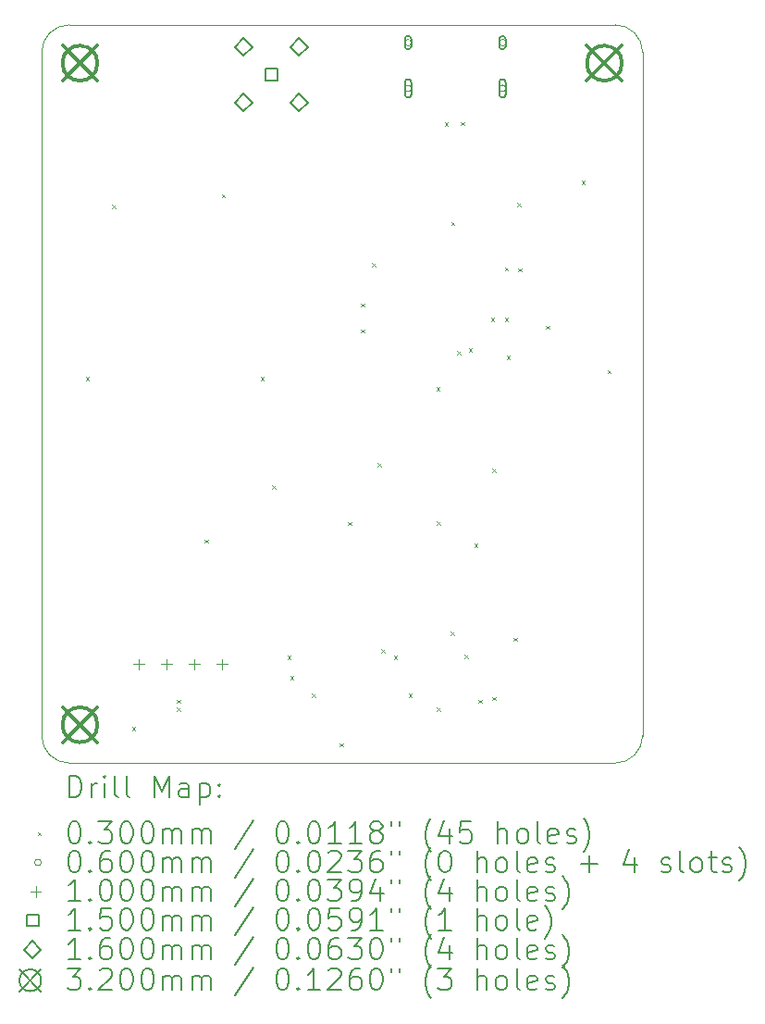
<source format=gbr>
%TF.GenerationSoftware,KiCad,Pcbnew,6.0.9-1.fc36*%
%TF.CreationDate,2022-11-14T14:18:19-03:00*%
%TF.ProjectId,bs_transceiver,62735f74-7261-46e7-9363-65697665722e,Rev 2*%
%TF.SameCoordinates,Original*%
%TF.FileFunction,Drillmap*%
%TF.FilePolarity,Positive*%
%FSLAX45Y45*%
G04 Gerber Fmt 4.5, Leading zero omitted, Abs format (unit mm)*
G04 Created by KiCad (PCBNEW 6.0.9-1.fc36) date 2022-11-14 14:18:19*
%MOMM*%
%LPD*%
G01*
G04 APERTURE LIST*
%ADD10C,0.100000*%
%ADD11C,0.200000*%
%ADD12C,0.030000*%
%ADD13C,0.060000*%
%ADD14C,0.150000*%
%ADD15C,0.160000*%
%ADD16C,0.320000*%
G04 APERTURE END LIST*
D10*
X250000Y0D02*
G75*
G03*
X0Y-250000I0J-250000D01*
G01*
X250000Y-6750000D02*
X5250000Y-6750000D01*
X0Y-250000D02*
X2Y-6500000D01*
X5500000Y-250000D02*
G75*
G03*
X5250000Y0I-250000J0D01*
G01*
X2Y-6500000D02*
G75*
G03*
X250000Y-6750000I249999J-1D01*
G01*
X5250000Y-6750000D02*
G75*
G03*
X5500000Y-6500000I0J250000D01*
G01*
X5250000Y0D02*
X250000Y0D01*
X5500000Y-6500000D02*
X5500000Y-250000D01*
D11*
D12*
X401560Y-3218420D02*
X431560Y-3248420D01*
X431560Y-3218420D02*
X401560Y-3248420D01*
X642860Y-1646160D02*
X672860Y-1676160D01*
X672860Y-1646160D02*
X642860Y-1676160D01*
X828280Y-6418820D02*
X858280Y-6448820D01*
X858280Y-6418820D02*
X828280Y-6448820D01*
X1237220Y-6172440D02*
X1267220Y-6202440D01*
X1267220Y-6172440D02*
X1237220Y-6202440D01*
X1237220Y-6242390D02*
X1267220Y-6272390D01*
X1267220Y-6242390D02*
X1237220Y-6272390D01*
X1491220Y-4706860D02*
X1521220Y-4736860D01*
X1521220Y-4706860D02*
X1491220Y-4736860D01*
X1646160Y-1549640D02*
X1676160Y-1579640D01*
X1676160Y-1549640D02*
X1646160Y-1579640D01*
X2004300Y-3220960D02*
X2034300Y-3250960D01*
X2034300Y-3220960D02*
X2004300Y-3250960D01*
X2110980Y-4209020D02*
X2140980Y-4239020D01*
X2140980Y-4209020D02*
X2110980Y-4239020D01*
X2248140Y-5768580D02*
X2278140Y-5798580D01*
X2278140Y-5768580D02*
X2248140Y-5798580D01*
X2273540Y-5954000D02*
X2303540Y-5984000D01*
X2303540Y-5954000D02*
X2273540Y-5984000D01*
X2471660Y-6114990D02*
X2501660Y-6144990D01*
X2501660Y-6114990D02*
X2471660Y-6144990D01*
X2725760Y-6568580D02*
X2755760Y-6598580D01*
X2755760Y-6568580D02*
X2725760Y-6598580D01*
X2801860Y-4546840D02*
X2831860Y-4576840D01*
X2831860Y-4546840D02*
X2801860Y-4576840D01*
X2923780Y-2547860D02*
X2953780Y-2577860D01*
X2953780Y-2547860D02*
X2923780Y-2577860D01*
X2923780Y-2784080D02*
X2953780Y-2814080D01*
X2953780Y-2784080D02*
X2923780Y-2814080D01*
X3025380Y-2179560D02*
X3055380Y-2209560D01*
X3055380Y-2179560D02*
X3025380Y-2209560D01*
X3073640Y-4005820D02*
X3103640Y-4035820D01*
X3103640Y-4005820D02*
X3073640Y-4035820D01*
X3106660Y-5711130D02*
X3136660Y-5741130D01*
X3136660Y-5711130D02*
X3106660Y-5741130D01*
X3223500Y-5768580D02*
X3253500Y-5798580D01*
X3253500Y-5768580D02*
X3223500Y-5798580D01*
X3358120Y-6114020D02*
X3388120Y-6144020D01*
X3388120Y-6114020D02*
X3358120Y-6144020D01*
X3612120Y-3314940D02*
X3642120Y-3344940D01*
X3642120Y-3314940D02*
X3612120Y-3344940D01*
X3614660Y-4539220D02*
X3644660Y-4569220D01*
X3644660Y-4539220D02*
X3614660Y-4569220D01*
X3614660Y-6241020D02*
X3644660Y-6271020D01*
X3644660Y-6241020D02*
X3614660Y-6271020D01*
X3689678Y-892176D02*
X3719678Y-922176D01*
X3719678Y-892176D02*
X3689678Y-922176D01*
X3741643Y-5550157D02*
X3771643Y-5580157D01*
X3771643Y-5550157D02*
X3741643Y-5580157D01*
X3746584Y-1801256D02*
X3776584Y-1831256D01*
X3776584Y-1801256D02*
X3746584Y-1831256D01*
X3802620Y-2984740D02*
X3832620Y-3014740D01*
X3832620Y-2984740D02*
X3802620Y-3014740D01*
X3837150Y-889240D02*
X3867150Y-919240D01*
X3867150Y-889240D02*
X3837150Y-919240D01*
X3868660Y-5758420D02*
X3898660Y-5788420D01*
X3898660Y-5758420D02*
X3868660Y-5788420D01*
X3906760Y-2956800D02*
X3936760Y-2986800D01*
X3936760Y-2956800D02*
X3906760Y-2986800D01*
X3957560Y-4744960D02*
X3987560Y-4774960D01*
X3987560Y-4744960D02*
X3957560Y-4774960D01*
X3995660Y-6172440D02*
X4025660Y-6202440D01*
X4025660Y-6172440D02*
X3995660Y-6202440D01*
X4112500Y-2677400D02*
X4142500Y-2707400D01*
X4142500Y-2677400D02*
X4112500Y-2707400D01*
X4122660Y-4059600D02*
X4152660Y-4089600D01*
X4152660Y-4059600D02*
X4122660Y-4089600D01*
X4122660Y-6147040D02*
X4152660Y-6177040D01*
X4152660Y-6147040D02*
X4122660Y-6177040D01*
X4239500Y-2217660D02*
X4269500Y-2247660D01*
X4269500Y-2217660D02*
X4239500Y-2247660D01*
X4239500Y-2677400D02*
X4269500Y-2707400D01*
X4269500Y-2677400D02*
X4239500Y-2707400D01*
X4254740Y-3027920D02*
X4284740Y-3057920D01*
X4284740Y-3027920D02*
X4254740Y-3057920D01*
X4320780Y-5603480D02*
X4350780Y-5633480D01*
X4350780Y-5603480D02*
X4320780Y-5633480D01*
X4351260Y-1628380D02*
X4381260Y-1658380D01*
X4381260Y-1628380D02*
X4351260Y-1658380D01*
X4361420Y-2225280D02*
X4391420Y-2255280D01*
X4391420Y-2225280D02*
X4361420Y-2255280D01*
X4615420Y-2751060D02*
X4645420Y-2781060D01*
X4645420Y-2751060D02*
X4615420Y-2781060D01*
X4943080Y-1425180D02*
X4973080Y-1455180D01*
X4973080Y-1425180D02*
X4943080Y-1455180D01*
X5176760Y-3157460D02*
X5206760Y-3187460D01*
X5206760Y-3157460D02*
X5176760Y-3187460D01*
D13*
X3382600Y-162180D02*
G75*
G03*
X3382600Y-162180I-30000J0D01*
G01*
D11*
X3382600Y-192180D02*
X3382600Y-132180D01*
X3322600Y-192180D02*
X3322600Y-132180D01*
X3382600Y-132180D02*
G75*
G03*
X3322600Y-132180I-30000J0D01*
G01*
X3322600Y-192180D02*
G75*
G03*
X3382600Y-192180I30000J0D01*
G01*
D13*
X3382600Y-580180D02*
G75*
G03*
X3382600Y-580180I-30000J0D01*
G01*
D11*
X3382600Y-635180D02*
X3382600Y-525180D01*
X3322600Y-635180D02*
X3322600Y-525180D01*
X3382600Y-525180D02*
G75*
G03*
X3322600Y-525180I-30000J0D01*
G01*
X3322600Y-635180D02*
G75*
G03*
X3382600Y-635180I30000J0D01*
G01*
D13*
X4246600Y-162180D02*
G75*
G03*
X4246600Y-162180I-30000J0D01*
G01*
D11*
X4246600Y-192180D02*
X4246600Y-132180D01*
X4186600Y-192180D02*
X4186600Y-132180D01*
X4246600Y-132180D02*
G75*
G03*
X4186600Y-132180I-30000J0D01*
G01*
X4186600Y-192180D02*
G75*
G03*
X4246600Y-192180I30000J0D01*
G01*
D13*
X4246600Y-580180D02*
G75*
G03*
X4246600Y-580180I-30000J0D01*
G01*
D11*
X4246600Y-635180D02*
X4246600Y-525180D01*
X4186600Y-635180D02*
X4186600Y-525180D01*
X4246600Y-525180D02*
G75*
G03*
X4186600Y-525180I-30000J0D01*
G01*
X4186600Y-635180D02*
G75*
G03*
X4246600Y-635180I30000J0D01*
G01*
D10*
X888000Y-5797080D02*
X888000Y-5897080D01*
X838000Y-5847080D02*
X938000Y-5847080D01*
X1142000Y-5797080D02*
X1142000Y-5897080D01*
X1092000Y-5847080D02*
X1192000Y-5847080D01*
X1396000Y-5797080D02*
X1396000Y-5897080D01*
X1346000Y-5847080D02*
X1446000Y-5847080D01*
X1650000Y-5797080D02*
X1650000Y-5897080D01*
X1600000Y-5847080D02*
X1700000Y-5847080D01*
D14*
X2156154Y-507693D02*
X2156154Y-401626D01*
X2050086Y-401626D01*
X2050086Y-507693D01*
X2156154Y-507693D01*
D15*
X1849120Y-280660D02*
X1929120Y-200660D01*
X1849120Y-120660D01*
X1769120Y-200660D01*
X1849120Y-280660D01*
X1849120Y-788660D02*
X1929120Y-708660D01*
X1849120Y-628660D01*
X1769120Y-708660D01*
X1849120Y-788660D01*
X2357120Y-280660D02*
X2437120Y-200660D01*
X2357120Y-120660D01*
X2277120Y-200660D01*
X2357120Y-280660D01*
X2357120Y-788660D02*
X2437120Y-708660D01*
X2357120Y-628660D01*
X2277120Y-708660D01*
X2357120Y-788660D01*
D16*
X190000Y-190000D02*
X510000Y-510000D01*
X510000Y-190000D02*
X190000Y-510000D01*
X510000Y-350000D02*
G75*
G03*
X510000Y-350000I-160000J0D01*
G01*
X190000Y-6240000D02*
X510000Y-6560000D01*
X510000Y-6240000D02*
X190000Y-6560000D01*
X510000Y-6400000D02*
G75*
G03*
X510000Y-6400000I-160000J0D01*
G01*
X4990000Y-190000D02*
X5310000Y-510000D01*
X5310000Y-190000D02*
X4990000Y-510000D01*
X5310000Y-350000D02*
G75*
G03*
X5310000Y-350000I-160000J0D01*
G01*
D11*
X252619Y-7065476D02*
X252619Y-6865476D01*
X300238Y-6865476D01*
X328810Y-6875000D01*
X347857Y-6894048D01*
X357381Y-6913095D01*
X366905Y-6951190D01*
X366905Y-6979762D01*
X357381Y-7017857D01*
X347857Y-7036905D01*
X328810Y-7055952D01*
X300238Y-7065476D01*
X252619Y-7065476D01*
X452619Y-7065476D02*
X452619Y-6932143D01*
X452619Y-6970238D02*
X462143Y-6951190D01*
X471667Y-6941667D01*
X490714Y-6932143D01*
X509762Y-6932143D01*
X576429Y-7065476D02*
X576429Y-6932143D01*
X576429Y-6865476D02*
X566905Y-6875000D01*
X576429Y-6884524D01*
X585952Y-6875000D01*
X576429Y-6865476D01*
X576429Y-6884524D01*
X700238Y-7065476D02*
X681190Y-7055952D01*
X671667Y-7036905D01*
X671667Y-6865476D01*
X805000Y-7065476D02*
X785952Y-7055952D01*
X776428Y-7036905D01*
X776428Y-6865476D01*
X1033571Y-7065476D02*
X1033571Y-6865476D01*
X1100238Y-7008333D01*
X1166905Y-6865476D01*
X1166905Y-7065476D01*
X1347857Y-7065476D02*
X1347857Y-6960714D01*
X1338333Y-6941667D01*
X1319286Y-6932143D01*
X1281190Y-6932143D01*
X1262143Y-6941667D01*
X1347857Y-7055952D02*
X1328810Y-7065476D01*
X1281190Y-7065476D01*
X1262143Y-7055952D01*
X1252619Y-7036905D01*
X1252619Y-7017857D01*
X1262143Y-6998809D01*
X1281190Y-6989286D01*
X1328810Y-6989286D01*
X1347857Y-6979762D01*
X1443095Y-6932143D02*
X1443095Y-7132143D01*
X1443095Y-6941667D02*
X1462143Y-6932143D01*
X1500238Y-6932143D01*
X1519286Y-6941667D01*
X1528809Y-6951190D01*
X1538333Y-6970238D01*
X1538333Y-7027381D01*
X1528809Y-7046428D01*
X1519286Y-7055952D01*
X1500238Y-7065476D01*
X1462143Y-7065476D01*
X1443095Y-7055952D01*
X1624048Y-7046428D02*
X1633571Y-7055952D01*
X1624048Y-7065476D01*
X1614524Y-7055952D01*
X1624048Y-7046428D01*
X1624048Y-7065476D01*
X1624048Y-6941667D02*
X1633571Y-6951190D01*
X1624048Y-6960714D01*
X1614524Y-6951190D01*
X1624048Y-6941667D01*
X1624048Y-6960714D01*
D12*
X-35000Y-7380000D02*
X-5000Y-7410000D01*
X-5000Y-7380000D02*
X-35000Y-7410000D01*
D11*
X290714Y-7285476D02*
X309762Y-7285476D01*
X328810Y-7295000D01*
X338333Y-7304524D01*
X347857Y-7323571D01*
X357381Y-7361667D01*
X357381Y-7409286D01*
X347857Y-7447381D01*
X338333Y-7466428D01*
X328810Y-7475952D01*
X309762Y-7485476D01*
X290714Y-7485476D01*
X271667Y-7475952D01*
X262143Y-7466428D01*
X252619Y-7447381D01*
X243095Y-7409286D01*
X243095Y-7361667D01*
X252619Y-7323571D01*
X262143Y-7304524D01*
X271667Y-7295000D01*
X290714Y-7285476D01*
X443095Y-7466428D02*
X452619Y-7475952D01*
X443095Y-7485476D01*
X433571Y-7475952D01*
X443095Y-7466428D01*
X443095Y-7485476D01*
X519286Y-7285476D02*
X643095Y-7285476D01*
X576429Y-7361667D01*
X605000Y-7361667D01*
X624048Y-7371190D01*
X633571Y-7380714D01*
X643095Y-7399762D01*
X643095Y-7447381D01*
X633571Y-7466428D01*
X624048Y-7475952D01*
X605000Y-7485476D01*
X547857Y-7485476D01*
X528810Y-7475952D01*
X519286Y-7466428D01*
X766905Y-7285476D02*
X785952Y-7285476D01*
X805000Y-7295000D01*
X814524Y-7304524D01*
X824048Y-7323571D01*
X833571Y-7361667D01*
X833571Y-7409286D01*
X824048Y-7447381D01*
X814524Y-7466428D01*
X805000Y-7475952D01*
X785952Y-7485476D01*
X766905Y-7485476D01*
X747857Y-7475952D01*
X738333Y-7466428D01*
X728809Y-7447381D01*
X719286Y-7409286D01*
X719286Y-7361667D01*
X728809Y-7323571D01*
X738333Y-7304524D01*
X747857Y-7295000D01*
X766905Y-7285476D01*
X957381Y-7285476D02*
X976428Y-7285476D01*
X995476Y-7295000D01*
X1005000Y-7304524D01*
X1014524Y-7323571D01*
X1024048Y-7361667D01*
X1024048Y-7409286D01*
X1014524Y-7447381D01*
X1005000Y-7466428D01*
X995476Y-7475952D01*
X976428Y-7485476D01*
X957381Y-7485476D01*
X938333Y-7475952D01*
X928809Y-7466428D01*
X919286Y-7447381D01*
X909762Y-7409286D01*
X909762Y-7361667D01*
X919286Y-7323571D01*
X928809Y-7304524D01*
X938333Y-7295000D01*
X957381Y-7285476D01*
X1109762Y-7485476D02*
X1109762Y-7352143D01*
X1109762Y-7371190D02*
X1119286Y-7361667D01*
X1138333Y-7352143D01*
X1166905Y-7352143D01*
X1185952Y-7361667D01*
X1195476Y-7380714D01*
X1195476Y-7485476D01*
X1195476Y-7380714D02*
X1205000Y-7361667D01*
X1224048Y-7352143D01*
X1252619Y-7352143D01*
X1271667Y-7361667D01*
X1281190Y-7380714D01*
X1281190Y-7485476D01*
X1376429Y-7485476D02*
X1376429Y-7352143D01*
X1376429Y-7371190D02*
X1385952Y-7361667D01*
X1405000Y-7352143D01*
X1433571Y-7352143D01*
X1452619Y-7361667D01*
X1462143Y-7380714D01*
X1462143Y-7485476D01*
X1462143Y-7380714D02*
X1471667Y-7361667D01*
X1490714Y-7352143D01*
X1519286Y-7352143D01*
X1538333Y-7361667D01*
X1547857Y-7380714D01*
X1547857Y-7485476D01*
X1938333Y-7275952D02*
X1766905Y-7533095D01*
X2195476Y-7285476D02*
X2214524Y-7285476D01*
X2233571Y-7295000D01*
X2243095Y-7304524D01*
X2252619Y-7323571D01*
X2262143Y-7361667D01*
X2262143Y-7409286D01*
X2252619Y-7447381D01*
X2243095Y-7466428D01*
X2233571Y-7475952D01*
X2214524Y-7485476D01*
X2195476Y-7485476D01*
X2176429Y-7475952D01*
X2166905Y-7466428D01*
X2157381Y-7447381D01*
X2147857Y-7409286D01*
X2147857Y-7361667D01*
X2157381Y-7323571D01*
X2166905Y-7304524D01*
X2176429Y-7295000D01*
X2195476Y-7285476D01*
X2347857Y-7466428D02*
X2357381Y-7475952D01*
X2347857Y-7485476D01*
X2338333Y-7475952D01*
X2347857Y-7466428D01*
X2347857Y-7485476D01*
X2481190Y-7285476D02*
X2500238Y-7285476D01*
X2519286Y-7295000D01*
X2528810Y-7304524D01*
X2538333Y-7323571D01*
X2547857Y-7361667D01*
X2547857Y-7409286D01*
X2538333Y-7447381D01*
X2528810Y-7466428D01*
X2519286Y-7475952D01*
X2500238Y-7485476D01*
X2481190Y-7485476D01*
X2462143Y-7475952D01*
X2452619Y-7466428D01*
X2443095Y-7447381D01*
X2433571Y-7409286D01*
X2433571Y-7361667D01*
X2443095Y-7323571D01*
X2452619Y-7304524D01*
X2462143Y-7295000D01*
X2481190Y-7285476D01*
X2738333Y-7485476D02*
X2624048Y-7485476D01*
X2681190Y-7485476D02*
X2681190Y-7285476D01*
X2662143Y-7314048D01*
X2643095Y-7333095D01*
X2624048Y-7342619D01*
X2928809Y-7485476D02*
X2814524Y-7485476D01*
X2871667Y-7485476D02*
X2871667Y-7285476D01*
X2852619Y-7314048D01*
X2833571Y-7333095D01*
X2814524Y-7342619D01*
X3043095Y-7371190D02*
X3024048Y-7361667D01*
X3014524Y-7352143D01*
X3005000Y-7333095D01*
X3005000Y-7323571D01*
X3014524Y-7304524D01*
X3024048Y-7295000D01*
X3043095Y-7285476D01*
X3081190Y-7285476D01*
X3100238Y-7295000D01*
X3109762Y-7304524D01*
X3119286Y-7323571D01*
X3119286Y-7333095D01*
X3109762Y-7352143D01*
X3100238Y-7361667D01*
X3081190Y-7371190D01*
X3043095Y-7371190D01*
X3024048Y-7380714D01*
X3014524Y-7390238D01*
X3005000Y-7409286D01*
X3005000Y-7447381D01*
X3014524Y-7466428D01*
X3024048Y-7475952D01*
X3043095Y-7485476D01*
X3081190Y-7485476D01*
X3100238Y-7475952D01*
X3109762Y-7466428D01*
X3119286Y-7447381D01*
X3119286Y-7409286D01*
X3109762Y-7390238D01*
X3100238Y-7380714D01*
X3081190Y-7371190D01*
X3195476Y-7285476D02*
X3195476Y-7323571D01*
X3271667Y-7285476D02*
X3271667Y-7323571D01*
X3566905Y-7561667D02*
X3557381Y-7552143D01*
X3538333Y-7523571D01*
X3528809Y-7504524D01*
X3519286Y-7475952D01*
X3509762Y-7428333D01*
X3509762Y-7390238D01*
X3519286Y-7342619D01*
X3528809Y-7314048D01*
X3538333Y-7295000D01*
X3557381Y-7266428D01*
X3566905Y-7256905D01*
X3728809Y-7352143D02*
X3728809Y-7485476D01*
X3681190Y-7275952D02*
X3633571Y-7418809D01*
X3757381Y-7418809D01*
X3928809Y-7285476D02*
X3833571Y-7285476D01*
X3824048Y-7380714D01*
X3833571Y-7371190D01*
X3852619Y-7361667D01*
X3900238Y-7361667D01*
X3919286Y-7371190D01*
X3928809Y-7380714D01*
X3938333Y-7399762D01*
X3938333Y-7447381D01*
X3928809Y-7466428D01*
X3919286Y-7475952D01*
X3900238Y-7485476D01*
X3852619Y-7485476D01*
X3833571Y-7475952D01*
X3824048Y-7466428D01*
X4176428Y-7485476D02*
X4176428Y-7285476D01*
X4262143Y-7485476D02*
X4262143Y-7380714D01*
X4252619Y-7361667D01*
X4233571Y-7352143D01*
X4205000Y-7352143D01*
X4185952Y-7361667D01*
X4176428Y-7371190D01*
X4385952Y-7485476D02*
X4366905Y-7475952D01*
X4357381Y-7466428D01*
X4347857Y-7447381D01*
X4347857Y-7390238D01*
X4357381Y-7371190D01*
X4366905Y-7361667D01*
X4385952Y-7352143D01*
X4414524Y-7352143D01*
X4433571Y-7361667D01*
X4443095Y-7371190D01*
X4452619Y-7390238D01*
X4452619Y-7447381D01*
X4443095Y-7466428D01*
X4433571Y-7475952D01*
X4414524Y-7485476D01*
X4385952Y-7485476D01*
X4566905Y-7485476D02*
X4547857Y-7475952D01*
X4538333Y-7456905D01*
X4538333Y-7285476D01*
X4719286Y-7475952D02*
X4700238Y-7485476D01*
X4662143Y-7485476D01*
X4643095Y-7475952D01*
X4633571Y-7456905D01*
X4633571Y-7380714D01*
X4643095Y-7361667D01*
X4662143Y-7352143D01*
X4700238Y-7352143D01*
X4719286Y-7361667D01*
X4728810Y-7380714D01*
X4728810Y-7399762D01*
X4633571Y-7418809D01*
X4805000Y-7475952D02*
X4824048Y-7485476D01*
X4862143Y-7485476D01*
X4881190Y-7475952D01*
X4890714Y-7456905D01*
X4890714Y-7447381D01*
X4881190Y-7428333D01*
X4862143Y-7418809D01*
X4833571Y-7418809D01*
X4814524Y-7409286D01*
X4805000Y-7390238D01*
X4805000Y-7380714D01*
X4814524Y-7361667D01*
X4833571Y-7352143D01*
X4862143Y-7352143D01*
X4881190Y-7361667D01*
X4957381Y-7561667D02*
X4966905Y-7552143D01*
X4985952Y-7523571D01*
X4995476Y-7504524D01*
X5005000Y-7475952D01*
X5014524Y-7428333D01*
X5014524Y-7390238D01*
X5005000Y-7342619D01*
X4995476Y-7314048D01*
X4985952Y-7295000D01*
X4966905Y-7266428D01*
X4957381Y-7256905D01*
D13*
X-5000Y-7659000D02*
G75*
G03*
X-5000Y-7659000I-30000J0D01*
G01*
D11*
X290714Y-7549476D02*
X309762Y-7549476D01*
X328810Y-7559000D01*
X338333Y-7568524D01*
X347857Y-7587571D01*
X357381Y-7625667D01*
X357381Y-7673286D01*
X347857Y-7711381D01*
X338333Y-7730428D01*
X328810Y-7739952D01*
X309762Y-7749476D01*
X290714Y-7749476D01*
X271667Y-7739952D01*
X262143Y-7730428D01*
X252619Y-7711381D01*
X243095Y-7673286D01*
X243095Y-7625667D01*
X252619Y-7587571D01*
X262143Y-7568524D01*
X271667Y-7559000D01*
X290714Y-7549476D01*
X443095Y-7730428D02*
X452619Y-7739952D01*
X443095Y-7749476D01*
X433571Y-7739952D01*
X443095Y-7730428D01*
X443095Y-7749476D01*
X624048Y-7549476D02*
X585952Y-7549476D01*
X566905Y-7559000D01*
X557381Y-7568524D01*
X538333Y-7597095D01*
X528810Y-7635190D01*
X528810Y-7711381D01*
X538333Y-7730428D01*
X547857Y-7739952D01*
X566905Y-7749476D01*
X605000Y-7749476D01*
X624048Y-7739952D01*
X633571Y-7730428D01*
X643095Y-7711381D01*
X643095Y-7663762D01*
X633571Y-7644714D01*
X624048Y-7635190D01*
X605000Y-7625667D01*
X566905Y-7625667D01*
X547857Y-7635190D01*
X538333Y-7644714D01*
X528810Y-7663762D01*
X766905Y-7549476D02*
X785952Y-7549476D01*
X805000Y-7559000D01*
X814524Y-7568524D01*
X824048Y-7587571D01*
X833571Y-7625667D01*
X833571Y-7673286D01*
X824048Y-7711381D01*
X814524Y-7730428D01*
X805000Y-7739952D01*
X785952Y-7749476D01*
X766905Y-7749476D01*
X747857Y-7739952D01*
X738333Y-7730428D01*
X728809Y-7711381D01*
X719286Y-7673286D01*
X719286Y-7625667D01*
X728809Y-7587571D01*
X738333Y-7568524D01*
X747857Y-7559000D01*
X766905Y-7549476D01*
X957381Y-7549476D02*
X976428Y-7549476D01*
X995476Y-7559000D01*
X1005000Y-7568524D01*
X1014524Y-7587571D01*
X1024048Y-7625667D01*
X1024048Y-7673286D01*
X1014524Y-7711381D01*
X1005000Y-7730428D01*
X995476Y-7739952D01*
X976428Y-7749476D01*
X957381Y-7749476D01*
X938333Y-7739952D01*
X928809Y-7730428D01*
X919286Y-7711381D01*
X909762Y-7673286D01*
X909762Y-7625667D01*
X919286Y-7587571D01*
X928809Y-7568524D01*
X938333Y-7559000D01*
X957381Y-7549476D01*
X1109762Y-7749476D02*
X1109762Y-7616143D01*
X1109762Y-7635190D02*
X1119286Y-7625667D01*
X1138333Y-7616143D01*
X1166905Y-7616143D01*
X1185952Y-7625667D01*
X1195476Y-7644714D01*
X1195476Y-7749476D01*
X1195476Y-7644714D02*
X1205000Y-7625667D01*
X1224048Y-7616143D01*
X1252619Y-7616143D01*
X1271667Y-7625667D01*
X1281190Y-7644714D01*
X1281190Y-7749476D01*
X1376429Y-7749476D02*
X1376429Y-7616143D01*
X1376429Y-7635190D02*
X1385952Y-7625667D01*
X1405000Y-7616143D01*
X1433571Y-7616143D01*
X1452619Y-7625667D01*
X1462143Y-7644714D01*
X1462143Y-7749476D01*
X1462143Y-7644714D02*
X1471667Y-7625667D01*
X1490714Y-7616143D01*
X1519286Y-7616143D01*
X1538333Y-7625667D01*
X1547857Y-7644714D01*
X1547857Y-7749476D01*
X1938333Y-7539952D02*
X1766905Y-7797095D01*
X2195476Y-7549476D02*
X2214524Y-7549476D01*
X2233571Y-7559000D01*
X2243095Y-7568524D01*
X2252619Y-7587571D01*
X2262143Y-7625667D01*
X2262143Y-7673286D01*
X2252619Y-7711381D01*
X2243095Y-7730428D01*
X2233571Y-7739952D01*
X2214524Y-7749476D01*
X2195476Y-7749476D01*
X2176429Y-7739952D01*
X2166905Y-7730428D01*
X2157381Y-7711381D01*
X2147857Y-7673286D01*
X2147857Y-7625667D01*
X2157381Y-7587571D01*
X2166905Y-7568524D01*
X2176429Y-7559000D01*
X2195476Y-7549476D01*
X2347857Y-7730428D02*
X2357381Y-7739952D01*
X2347857Y-7749476D01*
X2338333Y-7739952D01*
X2347857Y-7730428D01*
X2347857Y-7749476D01*
X2481190Y-7549476D02*
X2500238Y-7549476D01*
X2519286Y-7559000D01*
X2528810Y-7568524D01*
X2538333Y-7587571D01*
X2547857Y-7625667D01*
X2547857Y-7673286D01*
X2538333Y-7711381D01*
X2528810Y-7730428D01*
X2519286Y-7739952D01*
X2500238Y-7749476D01*
X2481190Y-7749476D01*
X2462143Y-7739952D01*
X2452619Y-7730428D01*
X2443095Y-7711381D01*
X2433571Y-7673286D01*
X2433571Y-7625667D01*
X2443095Y-7587571D01*
X2452619Y-7568524D01*
X2462143Y-7559000D01*
X2481190Y-7549476D01*
X2624048Y-7568524D02*
X2633571Y-7559000D01*
X2652619Y-7549476D01*
X2700238Y-7549476D01*
X2719286Y-7559000D01*
X2728810Y-7568524D01*
X2738333Y-7587571D01*
X2738333Y-7606619D01*
X2728810Y-7635190D01*
X2614524Y-7749476D01*
X2738333Y-7749476D01*
X2805000Y-7549476D02*
X2928809Y-7549476D01*
X2862143Y-7625667D01*
X2890714Y-7625667D01*
X2909762Y-7635190D01*
X2919286Y-7644714D01*
X2928809Y-7663762D01*
X2928809Y-7711381D01*
X2919286Y-7730428D01*
X2909762Y-7739952D01*
X2890714Y-7749476D01*
X2833571Y-7749476D01*
X2814524Y-7739952D01*
X2805000Y-7730428D01*
X3100238Y-7549476D02*
X3062143Y-7549476D01*
X3043095Y-7559000D01*
X3033571Y-7568524D01*
X3014524Y-7597095D01*
X3005000Y-7635190D01*
X3005000Y-7711381D01*
X3014524Y-7730428D01*
X3024048Y-7739952D01*
X3043095Y-7749476D01*
X3081190Y-7749476D01*
X3100238Y-7739952D01*
X3109762Y-7730428D01*
X3119286Y-7711381D01*
X3119286Y-7663762D01*
X3109762Y-7644714D01*
X3100238Y-7635190D01*
X3081190Y-7625667D01*
X3043095Y-7625667D01*
X3024048Y-7635190D01*
X3014524Y-7644714D01*
X3005000Y-7663762D01*
X3195476Y-7549476D02*
X3195476Y-7587571D01*
X3271667Y-7549476D02*
X3271667Y-7587571D01*
X3566905Y-7825667D02*
X3557381Y-7816143D01*
X3538333Y-7787571D01*
X3528809Y-7768524D01*
X3519286Y-7739952D01*
X3509762Y-7692333D01*
X3509762Y-7654238D01*
X3519286Y-7606619D01*
X3528809Y-7578048D01*
X3538333Y-7559000D01*
X3557381Y-7530428D01*
X3566905Y-7520905D01*
X3681190Y-7549476D02*
X3700238Y-7549476D01*
X3719286Y-7559000D01*
X3728809Y-7568524D01*
X3738333Y-7587571D01*
X3747857Y-7625667D01*
X3747857Y-7673286D01*
X3738333Y-7711381D01*
X3728809Y-7730428D01*
X3719286Y-7739952D01*
X3700238Y-7749476D01*
X3681190Y-7749476D01*
X3662143Y-7739952D01*
X3652619Y-7730428D01*
X3643095Y-7711381D01*
X3633571Y-7673286D01*
X3633571Y-7625667D01*
X3643095Y-7587571D01*
X3652619Y-7568524D01*
X3662143Y-7559000D01*
X3681190Y-7549476D01*
X3985952Y-7749476D02*
X3985952Y-7549476D01*
X4071667Y-7749476D02*
X4071667Y-7644714D01*
X4062143Y-7625667D01*
X4043095Y-7616143D01*
X4014524Y-7616143D01*
X3995476Y-7625667D01*
X3985952Y-7635190D01*
X4195476Y-7749476D02*
X4176428Y-7739952D01*
X4166905Y-7730428D01*
X4157381Y-7711381D01*
X4157381Y-7654238D01*
X4166905Y-7635190D01*
X4176428Y-7625667D01*
X4195476Y-7616143D01*
X4224048Y-7616143D01*
X4243095Y-7625667D01*
X4252619Y-7635190D01*
X4262143Y-7654238D01*
X4262143Y-7711381D01*
X4252619Y-7730428D01*
X4243095Y-7739952D01*
X4224048Y-7749476D01*
X4195476Y-7749476D01*
X4376429Y-7749476D02*
X4357381Y-7739952D01*
X4347857Y-7720905D01*
X4347857Y-7549476D01*
X4528810Y-7739952D02*
X4509762Y-7749476D01*
X4471667Y-7749476D01*
X4452619Y-7739952D01*
X4443095Y-7720905D01*
X4443095Y-7644714D01*
X4452619Y-7625667D01*
X4471667Y-7616143D01*
X4509762Y-7616143D01*
X4528810Y-7625667D01*
X4538333Y-7644714D01*
X4538333Y-7663762D01*
X4443095Y-7682809D01*
X4614524Y-7739952D02*
X4633571Y-7749476D01*
X4671667Y-7749476D01*
X4690714Y-7739952D01*
X4700238Y-7720905D01*
X4700238Y-7711381D01*
X4690714Y-7692333D01*
X4671667Y-7682809D01*
X4643095Y-7682809D01*
X4624048Y-7673286D01*
X4614524Y-7654238D01*
X4614524Y-7644714D01*
X4624048Y-7625667D01*
X4643095Y-7616143D01*
X4671667Y-7616143D01*
X4690714Y-7625667D01*
X4938333Y-7673286D02*
X5090714Y-7673286D01*
X5014524Y-7749476D02*
X5014524Y-7597095D01*
X5424048Y-7616143D02*
X5424048Y-7749476D01*
X5376429Y-7539952D02*
X5328810Y-7682809D01*
X5452619Y-7682809D01*
X5671667Y-7739952D02*
X5690714Y-7749476D01*
X5728809Y-7749476D01*
X5747857Y-7739952D01*
X5757381Y-7720905D01*
X5757381Y-7711381D01*
X5747857Y-7692333D01*
X5728809Y-7682809D01*
X5700238Y-7682809D01*
X5681190Y-7673286D01*
X5671667Y-7654238D01*
X5671667Y-7644714D01*
X5681190Y-7625667D01*
X5700238Y-7616143D01*
X5728809Y-7616143D01*
X5747857Y-7625667D01*
X5871667Y-7749476D02*
X5852619Y-7739952D01*
X5843095Y-7720905D01*
X5843095Y-7549476D01*
X5976428Y-7749476D02*
X5957381Y-7739952D01*
X5947857Y-7730428D01*
X5938333Y-7711381D01*
X5938333Y-7654238D01*
X5947857Y-7635190D01*
X5957381Y-7625667D01*
X5976428Y-7616143D01*
X6005000Y-7616143D01*
X6024048Y-7625667D01*
X6033571Y-7635190D01*
X6043095Y-7654238D01*
X6043095Y-7711381D01*
X6033571Y-7730428D01*
X6024048Y-7739952D01*
X6005000Y-7749476D01*
X5976428Y-7749476D01*
X6100238Y-7616143D02*
X6176428Y-7616143D01*
X6128809Y-7549476D02*
X6128809Y-7720905D01*
X6138333Y-7739952D01*
X6157381Y-7749476D01*
X6176428Y-7749476D01*
X6233571Y-7739952D02*
X6252619Y-7749476D01*
X6290714Y-7749476D01*
X6309762Y-7739952D01*
X6319286Y-7720905D01*
X6319286Y-7711381D01*
X6309762Y-7692333D01*
X6290714Y-7682809D01*
X6262143Y-7682809D01*
X6243095Y-7673286D01*
X6233571Y-7654238D01*
X6233571Y-7644714D01*
X6243095Y-7625667D01*
X6262143Y-7616143D01*
X6290714Y-7616143D01*
X6309762Y-7625667D01*
X6385952Y-7825667D02*
X6395476Y-7816143D01*
X6414524Y-7787571D01*
X6424048Y-7768524D01*
X6433571Y-7739952D01*
X6443095Y-7692333D01*
X6443095Y-7654238D01*
X6433571Y-7606619D01*
X6424048Y-7578048D01*
X6414524Y-7559000D01*
X6395476Y-7530428D01*
X6385952Y-7520905D01*
D10*
X-55000Y-7873000D02*
X-55000Y-7973000D01*
X-105000Y-7923000D02*
X-5000Y-7923000D01*
D11*
X357381Y-8013476D02*
X243095Y-8013476D01*
X300238Y-8013476D02*
X300238Y-7813476D01*
X281190Y-7842048D01*
X262143Y-7861095D01*
X243095Y-7870619D01*
X443095Y-7994428D02*
X452619Y-8003952D01*
X443095Y-8013476D01*
X433571Y-8003952D01*
X443095Y-7994428D01*
X443095Y-8013476D01*
X576429Y-7813476D02*
X595476Y-7813476D01*
X614524Y-7823000D01*
X624048Y-7832524D01*
X633571Y-7851571D01*
X643095Y-7889667D01*
X643095Y-7937286D01*
X633571Y-7975381D01*
X624048Y-7994428D01*
X614524Y-8003952D01*
X595476Y-8013476D01*
X576429Y-8013476D01*
X557381Y-8003952D01*
X547857Y-7994428D01*
X538333Y-7975381D01*
X528810Y-7937286D01*
X528810Y-7889667D01*
X538333Y-7851571D01*
X547857Y-7832524D01*
X557381Y-7823000D01*
X576429Y-7813476D01*
X766905Y-7813476D02*
X785952Y-7813476D01*
X805000Y-7823000D01*
X814524Y-7832524D01*
X824048Y-7851571D01*
X833571Y-7889667D01*
X833571Y-7937286D01*
X824048Y-7975381D01*
X814524Y-7994428D01*
X805000Y-8003952D01*
X785952Y-8013476D01*
X766905Y-8013476D01*
X747857Y-8003952D01*
X738333Y-7994428D01*
X728809Y-7975381D01*
X719286Y-7937286D01*
X719286Y-7889667D01*
X728809Y-7851571D01*
X738333Y-7832524D01*
X747857Y-7823000D01*
X766905Y-7813476D01*
X957381Y-7813476D02*
X976428Y-7813476D01*
X995476Y-7823000D01*
X1005000Y-7832524D01*
X1014524Y-7851571D01*
X1024048Y-7889667D01*
X1024048Y-7937286D01*
X1014524Y-7975381D01*
X1005000Y-7994428D01*
X995476Y-8003952D01*
X976428Y-8013476D01*
X957381Y-8013476D01*
X938333Y-8003952D01*
X928809Y-7994428D01*
X919286Y-7975381D01*
X909762Y-7937286D01*
X909762Y-7889667D01*
X919286Y-7851571D01*
X928809Y-7832524D01*
X938333Y-7823000D01*
X957381Y-7813476D01*
X1109762Y-8013476D02*
X1109762Y-7880143D01*
X1109762Y-7899190D02*
X1119286Y-7889667D01*
X1138333Y-7880143D01*
X1166905Y-7880143D01*
X1185952Y-7889667D01*
X1195476Y-7908714D01*
X1195476Y-8013476D01*
X1195476Y-7908714D02*
X1205000Y-7889667D01*
X1224048Y-7880143D01*
X1252619Y-7880143D01*
X1271667Y-7889667D01*
X1281190Y-7908714D01*
X1281190Y-8013476D01*
X1376429Y-8013476D02*
X1376429Y-7880143D01*
X1376429Y-7899190D02*
X1385952Y-7889667D01*
X1405000Y-7880143D01*
X1433571Y-7880143D01*
X1452619Y-7889667D01*
X1462143Y-7908714D01*
X1462143Y-8013476D01*
X1462143Y-7908714D02*
X1471667Y-7889667D01*
X1490714Y-7880143D01*
X1519286Y-7880143D01*
X1538333Y-7889667D01*
X1547857Y-7908714D01*
X1547857Y-8013476D01*
X1938333Y-7803952D02*
X1766905Y-8061095D01*
X2195476Y-7813476D02*
X2214524Y-7813476D01*
X2233571Y-7823000D01*
X2243095Y-7832524D01*
X2252619Y-7851571D01*
X2262143Y-7889667D01*
X2262143Y-7937286D01*
X2252619Y-7975381D01*
X2243095Y-7994428D01*
X2233571Y-8003952D01*
X2214524Y-8013476D01*
X2195476Y-8013476D01*
X2176429Y-8003952D01*
X2166905Y-7994428D01*
X2157381Y-7975381D01*
X2147857Y-7937286D01*
X2147857Y-7889667D01*
X2157381Y-7851571D01*
X2166905Y-7832524D01*
X2176429Y-7823000D01*
X2195476Y-7813476D01*
X2347857Y-7994428D02*
X2357381Y-8003952D01*
X2347857Y-8013476D01*
X2338333Y-8003952D01*
X2347857Y-7994428D01*
X2347857Y-8013476D01*
X2481190Y-7813476D02*
X2500238Y-7813476D01*
X2519286Y-7823000D01*
X2528810Y-7832524D01*
X2538333Y-7851571D01*
X2547857Y-7889667D01*
X2547857Y-7937286D01*
X2538333Y-7975381D01*
X2528810Y-7994428D01*
X2519286Y-8003952D01*
X2500238Y-8013476D01*
X2481190Y-8013476D01*
X2462143Y-8003952D01*
X2452619Y-7994428D01*
X2443095Y-7975381D01*
X2433571Y-7937286D01*
X2433571Y-7889667D01*
X2443095Y-7851571D01*
X2452619Y-7832524D01*
X2462143Y-7823000D01*
X2481190Y-7813476D01*
X2614524Y-7813476D02*
X2738333Y-7813476D01*
X2671667Y-7889667D01*
X2700238Y-7889667D01*
X2719286Y-7899190D01*
X2728810Y-7908714D01*
X2738333Y-7927762D01*
X2738333Y-7975381D01*
X2728810Y-7994428D01*
X2719286Y-8003952D01*
X2700238Y-8013476D01*
X2643095Y-8013476D01*
X2624048Y-8003952D01*
X2614524Y-7994428D01*
X2833571Y-8013476D02*
X2871667Y-8013476D01*
X2890714Y-8003952D01*
X2900238Y-7994428D01*
X2919286Y-7965857D01*
X2928809Y-7927762D01*
X2928809Y-7851571D01*
X2919286Y-7832524D01*
X2909762Y-7823000D01*
X2890714Y-7813476D01*
X2852619Y-7813476D01*
X2833571Y-7823000D01*
X2824048Y-7832524D01*
X2814524Y-7851571D01*
X2814524Y-7899190D01*
X2824048Y-7918238D01*
X2833571Y-7927762D01*
X2852619Y-7937286D01*
X2890714Y-7937286D01*
X2909762Y-7927762D01*
X2919286Y-7918238D01*
X2928809Y-7899190D01*
X3100238Y-7880143D02*
X3100238Y-8013476D01*
X3052619Y-7803952D02*
X3005000Y-7946809D01*
X3128809Y-7946809D01*
X3195476Y-7813476D02*
X3195476Y-7851571D01*
X3271667Y-7813476D02*
X3271667Y-7851571D01*
X3566905Y-8089667D02*
X3557381Y-8080143D01*
X3538333Y-8051571D01*
X3528809Y-8032524D01*
X3519286Y-8003952D01*
X3509762Y-7956333D01*
X3509762Y-7918238D01*
X3519286Y-7870619D01*
X3528809Y-7842048D01*
X3538333Y-7823000D01*
X3557381Y-7794428D01*
X3566905Y-7784905D01*
X3728809Y-7880143D02*
X3728809Y-8013476D01*
X3681190Y-7803952D02*
X3633571Y-7946809D01*
X3757381Y-7946809D01*
X3985952Y-8013476D02*
X3985952Y-7813476D01*
X4071667Y-8013476D02*
X4071667Y-7908714D01*
X4062143Y-7889667D01*
X4043095Y-7880143D01*
X4014524Y-7880143D01*
X3995476Y-7889667D01*
X3985952Y-7899190D01*
X4195476Y-8013476D02*
X4176428Y-8003952D01*
X4166905Y-7994428D01*
X4157381Y-7975381D01*
X4157381Y-7918238D01*
X4166905Y-7899190D01*
X4176428Y-7889667D01*
X4195476Y-7880143D01*
X4224048Y-7880143D01*
X4243095Y-7889667D01*
X4252619Y-7899190D01*
X4262143Y-7918238D01*
X4262143Y-7975381D01*
X4252619Y-7994428D01*
X4243095Y-8003952D01*
X4224048Y-8013476D01*
X4195476Y-8013476D01*
X4376429Y-8013476D02*
X4357381Y-8003952D01*
X4347857Y-7984905D01*
X4347857Y-7813476D01*
X4528810Y-8003952D02*
X4509762Y-8013476D01*
X4471667Y-8013476D01*
X4452619Y-8003952D01*
X4443095Y-7984905D01*
X4443095Y-7908714D01*
X4452619Y-7889667D01*
X4471667Y-7880143D01*
X4509762Y-7880143D01*
X4528810Y-7889667D01*
X4538333Y-7908714D01*
X4538333Y-7927762D01*
X4443095Y-7946809D01*
X4614524Y-8003952D02*
X4633571Y-8013476D01*
X4671667Y-8013476D01*
X4690714Y-8003952D01*
X4700238Y-7984905D01*
X4700238Y-7975381D01*
X4690714Y-7956333D01*
X4671667Y-7946809D01*
X4643095Y-7946809D01*
X4624048Y-7937286D01*
X4614524Y-7918238D01*
X4614524Y-7908714D01*
X4624048Y-7889667D01*
X4643095Y-7880143D01*
X4671667Y-7880143D01*
X4690714Y-7889667D01*
X4766905Y-8089667D02*
X4776429Y-8080143D01*
X4795476Y-8051571D01*
X4805000Y-8032524D01*
X4814524Y-8003952D01*
X4824048Y-7956333D01*
X4824048Y-7918238D01*
X4814524Y-7870619D01*
X4805000Y-7842048D01*
X4795476Y-7823000D01*
X4776429Y-7794428D01*
X4766905Y-7784905D01*
D14*
X-26966Y-8240033D02*
X-26966Y-8133966D01*
X-133034Y-8133966D01*
X-133034Y-8240033D01*
X-26966Y-8240033D01*
D11*
X357381Y-8277476D02*
X243095Y-8277476D01*
X300238Y-8277476D02*
X300238Y-8077476D01*
X281190Y-8106048D01*
X262143Y-8125095D01*
X243095Y-8134619D01*
X443095Y-8258428D02*
X452619Y-8267952D01*
X443095Y-8277476D01*
X433571Y-8267952D01*
X443095Y-8258428D01*
X443095Y-8277476D01*
X633571Y-8077476D02*
X538333Y-8077476D01*
X528810Y-8172714D01*
X538333Y-8163190D01*
X557381Y-8153667D01*
X605000Y-8153667D01*
X624048Y-8163190D01*
X633571Y-8172714D01*
X643095Y-8191762D01*
X643095Y-8239381D01*
X633571Y-8258428D01*
X624048Y-8267952D01*
X605000Y-8277476D01*
X557381Y-8277476D01*
X538333Y-8267952D01*
X528810Y-8258428D01*
X766905Y-8077476D02*
X785952Y-8077476D01*
X805000Y-8087000D01*
X814524Y-8096524D01*
X824048Y-8115571D01*
X833571Y-8153667D01*
X833571Y-8201286D01*
X824048Y-8239381D01*
X814524Y-8258428D01*
X805000Y-8267952D01*
X785952Y-8277476D01*
X766905Y-8277476D01*
X747857Y-8267952D01*
X738333Y-8258428D01*
X728809Y-8239381D01*
X719286Y-8201286D01*
X719286Y-8153667D01*
X728809Y-8115571D01*
X738333Y-8096524D01*
X747857Y-8087000D01*
X766905Y-8077476D01*
X957381Y-8077476D02*
X976428Y-8077476D01*
X995476Y-8087000D01*
X1005000Y-8096524D01*
X1014524Y-8115571D01*
X1024048Y-8153667D01*
X1024048Y-8201286D01*
X1014524Y-8239381D01*
X1005000Y-8258428D01*
X995476Y-8267952D01*
X976428Y-8277476D01*
X957381Y-8277476D01*
X938333Y-8267952D01*
X928809Y-8258428D01*
X919286Y-8239381D01*
X909762Y-8201286D01*
X909762Y-8153667D01*
X919286Y-8115571D01*
X928809Y-8096524D01*
X938333Y-8087000D01*
X957381Y-8077476D01*
X1109762Y-8277476D02*
X1109762Y-8144143D01*
X1109762Y-8163190D02*
X1119286Y-8153667D01*
X1138333Y-8144143D01*
X1166905Y-8144143D01*
X1185952Y-8153667D01*
X1195476Y-8172714D01*
X1195476Y-8277476D01*
X1195476Y-8172714D02*
X1205000Y-8153667D01*
X1224048Y-8144143D01*
X1252619Y-8144143D01*
X1271667Y-8153667D01*
X1281190Y-8172714D01*
X1281190Y-8277476D01*
X1376429Y-8277476D02*
X1376429Y-8144143D01*
X1376429Y-8163190D02*
X1385952Y-8153667D01*
X1405000Y-8144143D01*
X1433571Y-8144143D01*
X1452619Y-8153667D01*
X1462143Y-8172714D01*
X1462143Y-8277476D01*
X1462143Y-8172714D02*
X1471667Y-8153667D01*
X1490714Y-8144143D01*
X1519286Y-8144143D01*
X1538333Y-8153667D01*
X1547857Y-8172714D01*
X1547857Y-8277476D01*
X1938333Y-8067952D02*
X1766905Y-8325095D01*
X2195476Y-8077476D02*
X2214524Y-8077476D01*
X2233571Y-8087000D01*
X2243095Y-8096524D01*
X2252619Y-8115571D01*
X2262143Y-8153667D01*
X2262143Y-8201286D01*
X2252619Y-8239381D01*
X2243095Y-8258428D01*
X2233571Y-8267952D01*
X2214524Y-8277476D01*
X2195476Y-8277476D01*
X2176429Y-8267952D01*
X2166905Y-8258428D01*
X2157381Y-8239381D01*
X2147857Y-8201286D01*
X2147857Y-8153667D01*
X2157381Y-8115571D01*
X2166905Y-8096524D01*
X2176429Y-8087000D01*
X2195476Y-8077476D01*
X2347857Y-8258428D02*
X2357381Y-8267952D01*
X2347857Y-8277476D01*
X2338333Y-8267952D01*
X2347857Y-8258428D01*
X2347857Y-8277476D01*
X2481190Y-8077476D02*
X2500238Y-8077476D01*
X2519286Y-8087000D01*
X2528810Y-8096524D01*
X2538333Y-8115571D01*
X2547857Y-8153667D01*
X2547857Y-8201286D01*
X2538333Y-8239381D01*
X2528810Y-8258428D01*
X2519286Y-8267952D01*
X2500238Y-8277476D01*
X2481190Y-8277476D01*
X2462143Y-8267952D01*
X2452619Y-8258428D01*
X2443095Y-8239381D01*
X2433571Y-8201286D01*
X2433571Y-8153667D01*
X2443095Y-8115571D01*
X2452619Y-8096524D01*
X2462143Y-8087000D01*
X2481190Y-8077476D01*
X2728810Y-8077476D02*
X2633571Y-8077476D01*
X2624048Y-8172714D01*
X2633571Y-8163190D01*
X2652619Y-8153667D01*
X2700238Y-8153667D01*
X2719286Y-8163190D01*
X2728810Y-8172714D01*
X2738333Y-8191762D01*
X2738333Y-8239381D01*
X2728810Y-8258428D01*
X2719286Y-8267952D01*
X2700238Y-8277476D01*
X2652619Y-8277476D01*
X2633571Y-8267952D01*
X2624048Y-8258428D01*
X2833571Y-8277476D02*
X2871667Y-8277476D01*
X2890714Y-8267952D01*
X2900238Y-8258428D01*
X2919286Y-8229857D01*
X2928809Y-8191762D01*
X2928809Y-8115571D01*
X2919286Y-8096524D01*
X2909762Y-8087000D01*
X2890714Y-8077476D01*
X2852619Y-8077476D01*
X2833571Y-8087000D01*
X2824048Y-8096524D01*
X2814524Y-8115571D01*
X2814524Y-8163190D01*
X2824048Y-8182238D01*
X2833571Y-8191762D01*
X2852619Y-8201286D01*
X2890714Y-8201286D01*
X2909762Y-8191762D01*
X2919286Y-8182238D01*
X2928809Y-8163190D01*
X3119286Y-8277476D02*
X3005000Y-8277476D01*
X3062143Y-8277476D02*
X3062143Y-8077476D01*
X3043095Y-8106048D01*
X3024048Y-8125095D01*
X3005000Y-8134619D01*
X3195476Y-8077476D02*
X3195476Y-8115571D01*
X3271667Y-8077476D02*
X3271667Y-8115571D01*
X3566905Y-8353667D02*
X3557381Y-8344143D01*
X3538333Y-8315571D01*
X3528809Y-8296524D01*
X3519286Y-8267952D01*
X3509762Y-8220333D01*
X3509762Y-8182238D01*
X3519286Y-8134619D01*
X3528809Y-8106048D01*
X3538333Y-8087000D01*
X3557381Y-8058428D01*
X3566905Y-8048905D01*
X3747857Y-8277476D02*
X3633571Y-8277476D01*
X3690714Y-8277476D02*
X3690714Y-8077476D01*
X3671667Y-8106048D01*
X3652619Y-8125095D01*
X3633571Y-8134619D01*
X3985952Y-8277476D02*
X3985952Y-8077476D01*
X4071667Y-8277476D02*
X4071667Y-8172714D01*
X4062143Y-8153667D01*
X4043095Y-8144143D01*
X4014524Y-8144143D01*
X3995476Y-8153667D01*
X3985952Y-8163190D01*
X4195476Y-8277476D02*
X4176428Y-8267952D01*
X4166905Y-8258428D01*
X4157381Y-8239381D01*
X4157381Y-8182238D01*
X4166905Y-8163190D01*
X4176428Y-8153667D01*
X4195476Y-8144143D01*
X4224048Y-8144143D01*
X4243095Y-8153667D01*
X4252619Y-8163190D01*
X4262143Y-8182238D01*
X4262143Y-8239381D01*
X4252619Y-8258428D01*
X4243095Y-8267952D01*
X4224048Y-8277476D01*
X4195476Y-8277476D01*
X4376429Y-8277476D02*
X4357381Y-8267952D01*
X4347857Y-8248905D01*
X4347857Y-8077476D01*
X4528810Y-8267952D02*
X4509762Y-8277476D01*
X4471667Y-8277476D01*
X4452619Y-8267952D01*
X4443095Y-8248905D01*
X4443095Y-8172714D01*
X4452619Y-8153667D01*
X4471667Y-8144143D01*
X4509762Y-8144143D01*
X4528810Y-8153667D01*
X4538333Y-8172714D01*
X4538333Y-8191762D01*
X4443095Y-8210809D01*
X4605000Y-8353667D02*
X4614524Y-8344143D01*
X4633571Y-8315571D01*
X4643095Y-8296524D01*
X4652619Y-8267952D01*
X4662143Y-8220333D01*
X4662143Y-8182238D01*
X4652619Y-8134619D01*
X4643095Y-8106048D01*
X4633571Y-8087000D01*
X4614524Y-8058428D01*
X4605000Y-8048905D01*
D15*
X-85000Y-8537000D02*
X-5000Y-8457000D01*
X-85000Y-8377000D01*
X-165000Y-8457000D01*
X-85000Y-8537000D01*
D11*
X357381Y-8547476D02*
X243095Y-8547476D01*
X300238Y-8547476D02*
X300238Y-8347476D01*
X281190Y-8376048D01*
X262143Y-8395095D01*
X243095Y-8404619D01*
X443095Y-8528429D02*
X452619Y-8537952D01*
X443095Y-8547476D01*
X433571Y-8537952D01*
X443095Y-8528429D01*
X443095Y-8547476D01*
X624048Y-8347476D02*
X585952Y-8347476D01*
X566905Y-8357000D01*
X557381Y-8366524D01*
X538333Y-8395095D01*
X528810Y-8433190D01*
X528810Y-8509381D01*
X538333Y-8528429D01*
X547857Y-8537952D01*
X566905Y-8547476D01*
X605000Y-8547476D01*
X624048Y-8537952D01*
X633571Y-8528429D01*
X643095Y-8509381D01*
X643095Y-8461762D01*
X633571Y-8442714D01*
X624048Y-8433190D01*
X605000Y-8423667D01*
X566905Y-8423667D01*
X547857Y-8433190D01*
X538333Y-8442714D01*
X528810Y-8461762D01*
X766905Y-8347476D02*
X785952Y-8347476D01*
X805000Y-8357000D01*
X814524Y-8366524D01*
X824048Y-8385571D01*
X833571Y-8423667D01*
X833571Y-8471286D01*
X824048Y-8509381D01*
X814524Y-8528429D01*
X805000Y-8537952D01*
X785952Y-8547476D01*
X766905Y-8547476D01*
X747857Y-8537952D01*
X738333Y-8528429D01*
X728809Y-8509381D01*
X719286Y-8471286D01*
X719286Y-8423667D01*
X728809Y-8385571D01*
X738333Y-8366524D01*
X747857Y-8357000D01*
X766905Y-8347476D01*
X957381Y-8347476D02*
X976428Y-8347476D01*
X995476Y-8357000D01*
X1005000Y-8366524D01*
X1014524Y-8385571D01*
X1024048Y-8423667D01*
X1024048Y-8471286D01*
X1014524Y-8509381D01*
X1005000Y-8528429D01*
X995476Y-8537952D01*
X976428Y-8547476D01*
X957381Y-8547476D01*
X938333Y-8537952D01*
X928809Y-8528429D01*
X919286Y-8509381D01*
X909762Y-8471286D01*
X909762Y-8423667D01*
X919286Y-8385571D01*
X928809Y-8366524D01*
X938333Y-8357000D01*
X957381Y-8347476D01*
X1109762Y-8547476D02*
X1109762Y-8414143D01*
X1109762Y-8433190D02*
X1119286Y-8423667D01*
X1138333Y-8414143D01*
X1166905Y-8414143D01*
X1185952Y-8423667D01*
X1195476Y-8442714D01*
X1195476Y-8547476D01*
X1195476Y-8442714D02*
X1205000Y-8423667D01*
X1224048Y-8414143D01*
X1252619Y-8414143D01*
X1271667Y-8423667D01*
X1281190Y-8442714D01*
X1281190Y-8547476D01*
X1376429Y-8547476D02*
X1376429Y-8414143D01*
X1376429Y-8433190D02*
X1385952Y-8423667D01*
X1405000Y-8414143D01*
X1433571Y-8414143D01*
X1452619Y-8423667D01*
X1462143Y-8442714D01*
X1462143Y-8547476D01*
X1462143Y-8442714D02*
X1471667Y-8423667D01*
X1490714Y-8414143D01*
X1519286Y-8414143D01*
X1538333Y-8423667D01*
X1547857Y-8442714D01*
X1547857Y-8547476D01*
X1938333Y-8337952D02*
X1766905Y-8595095D01*
X2195476Y-8347476D02*
X2214524Y-8347476D01*
X2233571Y-8357000D01*
X2243095Y-8366524D01*
X2252619Y-8385571D01*
X2262143Y-8423667D01*
X2262143Y-8471286D01*
X2252619Y-8509381D01*
X2243095Y-8528429D01*
X2233571Y-8537952D01*
X2214524Y-8547476D01*
X2195476Y-8547476D01*
X2176429Y-8537952D01*
X2166905Y-8528429D01*
X2157381Y-8509381D01*
X2147857Y-8471286D01*
X2147857Y-8423667D01*
X2157381Y-8385571D01*
X2166905Y-8366524D01*
X2176429Y-8357000D01*
X2195476Y-8347476D01*
X2347857Y-8528429D02*
X2357381Y-8537952D01*
X2347857Y-8547476D01*
X2338333Y-8537952D01*
X2347857Y-8528429D01*
X2347857Y-8547476D01*
X2481190Y-8347476D02*
X2500238Y-8347476D01*
X2519286Y-8357000D01*
X2528810Y-8366524D01*
X2538333Y-8385571D01*
X2547857Y-8423667D01*
X2547857Y-8471286D01*
X2538333Y-8509381D01*
X2528810Y-8528429D01*
X2519286Y-8537952D01*
X2500238Y-8547476D01*
X2481190Y-8547476D01*
X2462143Y-8537952D01*
X2452619Y-8528429D01*
X2443095Y-8509381D01*
X2433571Y-8471286D01*
X2433571Y-8423667D01*
X2443095Y-8385571D01*
X2452619Y-8366524D01*
X2462143Y-8357000D01*
X2481190Y-8347476D01*
X2719286Y-8347476D02*
X2681190Y-8347476D01*
X2662143Y-8357000D01*
X2652619Y-8366524D01*
X2633571Y-8395095D01*
X2624048Y-8433190D01*
X2624048Y-8509381D01*
X2633571Y-8528429D01*
X2643095Y-8537952D01*
X2662143Y-8547476D01*
X2700238Y-8547476D01*
X2719286Y-8537952D01*
X2728810Y-8528429D01*
X2738333Y-8509381D01*
X2738333Y-8461762D01*
X2728810Y-8442714D01*
X2719286Y-8433190D01*
X2700238Y-8423667D01*
X2662143Y-8423667D01*
X2643095Y-8433190D01*
X2633571Y-8442714D01*
X2624048Y-8461762D01*
X2805000Y-8347476D02*
X2928809Y-8347476D01*
X2862143Y-8423667D01*
X2890714Y-8423667D01*
X2909762Y-8433190D01*
X2919286Y-8442714D01*
X2928809Y-8461762D01*
X2928809Y-8509381D01*
X2919286Y-8528429D01*
X2909762Y-8537952D01*
X2890714Y-8547476D01*
X2833571Y-8547476D01*
X2814524Y-8537952D01*
X2805000Y-8528429D01*
X3052619Y-8347476D02*
X3071667Y-8347476D01*
X3090714Y-8357000D01*
X3100238Y-8366524D01*
X3109762Y-8385571D01*
X3119286Y-8423667D01*
X3119286Y-8471286D01*
X3109762Y-8509381D01*
X3100238Y-8528429D01*
X3090714Y-8537952D01*
X3071667Y-8547476D01*
X3052619Y-8547476D01*
X3033571Y-8537952D01*
X3024048Y-8528429D01*
X3014524Y-8509381D01*
X3005000Y-8471286D01*
X3005000Y-8423667D01*
X3014524Y-8385571D01*
X3024048Y-8366524D01*
X3033571Y-8357000D01*
X3052619Y-8347476D01*
X3195476Y-8347476D02*
X3195476Y-8385571D01*
X3271667Y-8347476D02*
X3271667Y-8385571D01*
X3566905Y-8623667D02*
X3557381Y-8614143D01*
X3538333Y-8585571D01*
X3528809Y-8566524D01*
X3519286Y-8537952D01*
X3509762Y-8490333D01*
X3509762Y-8452238D01*
X3519286Y-8404619D01*
X3528809Y-8376048D01*
X3538333Y-8357000D01*
X3557381Y-8328428D01*
X3566905Y-8318905D01*
X3728809Y-8414143D02*
X3728809Y-8547476D01*
X3681190Y-8337952D02*
X3633571Y-8480810D01*
X3757381Y-8480810D01*
X3985952Y-8547476D02*
X3985952Y-8347476D01*
X4071667Y-8547476D02*
X4071667Y-8442714D01*
X4062143Y-8423667D01*
X4043095Y-8414143D01*
X4014524Y-8414143D01*
X3995476Y-8423667D01*
X3985952Y-8433190D01*
X4195476Y-8547476D02*
X4176428Y-8537952D01*
X4166905Y-8528429D01*
X4157381Y-8509381D01*
X4157381Y-8452238D01*
X4166905Y-8433190D01*
X4176428Y-8423667D01*
X4195476Y-8414143D01*
X4224048Y-8414143D01*
X4243095Y-8423667D01*
X4252619Y-8433190D01*
X4262143Y-8452238D01*
X4262143Y-8509381D01*
X4252619Y-8528429D01*
X4243095Y-8537952D01*
X4224048Y-8547476D01*
X4195476Y-8547476D01*
X4376429Y-8547476D02*
X4357381Y-8537952D01*
X4347857Y-8518905D01*
X4347857Y-8347476D01*
X4528810Y-8537952D02*
X4509762Y-8547476D01*
X4471667Y-8547476D01*
X4452619Y-8537952D01*
X4443095Y-8518905D01*
X4443095Y-8442714D01*
X4452619Y-8423667D01*
X4471667Y-8414143D01*
X4509762Y-8414143D01*
X4528810Y-8423667D01*
X4538333Y-8442714D01*
X4538333Y-8461762D01*
X4443095Y-8480810D01*
X4614524Y-8537952D02*
X4633571Y-8547476D01*
X4671667Y-8547476D01*
X4690714Y-8537952D01*
X4700238Y-8518905D01*
X4700238Y-8509381D01*
X4690714Y-8490333D01*
X4671667Y-8480810D01*
X4643095Y-8480810D01*
X4624048Y-8471286D01*
X4614524Y-8452238D01*
X4614524Y-8442714D01*
X4624048Y-8423667D01*
X4643095Y-8414143D01*
X4671667Y-8414143D01*
X4690714Y-8423667D01*
X4766905Y-8623667D02*
X4776429Y-8614143D01*
X4795476Y-8585571D01*
X4805000Y-8566524D01*
X4814524Y-8537952D01*
X4824048Y-8490333D01*
X4824048Y-8452238D01*
X4814524Y-8404619D01*
X4805000Y-8376048D01*
X4795476Y-8357000D01*
X4776429Y-8328428D01*
X4766905Y-8318905D01*
X-205000Y-8637000D02*
X-5000Y-8837000D01*
X-5000Y-8637000D02*
X-205000Y-8837000D01*
X-5000Y-8737000D02*
G75*
G03*
X-5000Y-8737000I-100000J0D01*
G01*
X233571Y-8627476D02*
X357381Y-8627476D01*
X290714Y-8703667D01*
X319286Y-8703667D01*
X338333Y-8713190D01*
X347857Y-8722714D01*
X357381Y-8741762D01*
X357381Y-8789381D01*
X347857Y-8808429D01*
X338333Y-8817952D01*
X319286Y-8827476D01*
X262143Y-8827476D01*
X243095Y-8817952D01*
X233571Y-8808429D01*
X443095Y-8808429D02*
X452619Y-8817952D01*
X443095Y-8827476D01*
X433571Y-8817952D01*
X443095Y-8808429D01*
X443095Y-8827476D01*
X528810Y-8646524D02*
X538333Y-8637000D01*
X557381Y-8627476D01*
X605000Y-8627476D01*
X624048Y-8637000D01*
X633571Y-8646524D01*
X643095Y-8665571D01*
X643095Y-8684619D01*
X633571Y-8713190D01*
X519286Y-8827476D01*
X643095Y-8827476D01*
X766905Y-8627476D02*
X785952Y-8627476D01*
X805000Y-8637000D01*
X814524Y-8646524D01*
X824048Y-8665571D01*
X833571Y-8703667D01*
X833571Y-8751286D01*
X824048Y-8789381D01*
X814524Y-8808429D01*
X805000Y-8817952D01*
X785952Y-8827476D01*
X766905Y-8827476D01*
X747857Y-8817952D01*
X738333Y-8808429D01*
X728809Y-8789381D01*
X719286Y-8751286D01*
X719286Y-8703667D01*
X728809Y-8665571D01*
X738333Y-8646524D01*
X747857Y-8637000D01*
X766905Y-8627476D01*
X957381Y-8627476D02*
X976428Y-8627476D01*
X995476Y-8637000D01*
X1005000Y-8646524D01*
X1014524Y-8665571D01*
X1024048Y-8703667D01*
X1024048Y-8751286D01*
X1014524Y-8789381D01*
X1005000Y-8808429D01*
X995476Y-8817952D01*
X976428Y-8827476D01*
X957381Y-8827476D01*
X938333Y-8817952D01*
X928809Y-8808429D01*
X919286Y-8789381D01*
X909762Y-8751286D01*
X909762Y-8703667D01*
X919286Y-8665571D01*
X928809Y-8646524D01*
X938333Y-8637000D01*
X957381Y-8627476D01*
X1109762Y-8827476D02*
X1109762Y-8694143D01*
X1109762Y-8713190D02*
X1119286Y-8703667D01*
X1138333Y-8694143D01*
X1166905Y-8694143D01*
X1185952Y-8703667D01*
X1195476Y-8722714D01*
X1195476Y-8827476D01*
X1195476Y-8722714D02*
X1205000Y-8703667D01*
X1224048Y-8694143D01*
X1252619Y-8694143D01*
X1271667Y-8703667D01*
X1281190Y-8722714D01*
X1281190Y-8827476D01*
X1376429Y-8827476D02*
X1376429Y-8694143D01*
X1376429Y-8713190D02*
X1385952Y-8703667D01*
X1405000Y-8694143D01*
X1433571Y-8694143D01*
X1452619Y-8703667D01*
X1462143Y-8722714D01*
X1462143Y-8827476D01*
X1462143Y-8722714D02*
X1471667Y-8703667D01*
X1490714Y-8694143D01*
X1519286Y-8694143D01*
X1538333Y-8703667D01*
X1547857Y-8722714D01*
X1547857Y-8827476D01*
X1938333Y-8617952D02*
X1766905Y-8875095D01*
X2195476Y-8627476D02*
X2214524Y-8627476D01*
X2233571Y-8637000D01*
X2243095Y-8646524D01*
X2252619Y-8665571D01*
X2262143Y-8703667D01*
X2262143Y-8751286D01*
X2252619Y-8789381D01*
X2243095Y-8808429D01*
X2233571Y-8817952D01*
X2214524Y-8827476D01*
X2195476Y-8827476D01*
X2176429Y-8817952D01*
X2166905Y-8808429D01*
X2157381Y-8789381D01*
X2147857Y-8751286D01*
X2147857Y-8703667D01*
X2157381Y-8665571D01*
X2166905Y-8646524D01*
X2176429Y-8637000D01*
X2195476Y-8627476D01*
X2347857Y-8808429D02*
X2357381Y-8817952D01*
X2347857Y-8827476D01*
X2338333Y-8817952D01*
X2347857Y-8808429D01*
X2347857Y-8827476D01*
X2547857Y-8827476D02*
X2433571Y-8827476D01*
X2490714Y-8827476D02*
X2490714Y-8627476D01*
X2471667Y-8656048D01*
X2452619Y-8675095D01*
X2433571Y-8684619D01*
X2624048Y-8646524D02*
X2633571Y-8637000D01*
X2652619Y-8627476D01*
X2700238Y-8627476D01*
X2719286Y-8637000D01*
X2728810Y-8646524D01*
X2738333Y-8665571D01*
X2738333Y-8684619D01*
X2728810Y-8713190D01*
X2614524Y-8827476D01*
X2738333Y-8827476D01*
X2909762Y-8627476D02*
X2871667Y-8627476D01*
X2852619Y-8637000D01*
X2843095Y-8646524D01*
X2824048Y-8675095D01*
X2814524Y-8713190D01*
X2814524Y-8789381D01*
X2824048Y-8808429D01*
X2833571Y-8817952D01*
X2852619Y-8827476D01*
X2890714Y-8827476D01*
X2909762Y-8817952D01*
X2919286Y-8808429D01*
X2928809Y-8789381D01*
X2928809Y-8741762D01*
X2919286Y-8722714D01*
X2909762Y-8713190D01*
X2890714Y-8703667D01*
X2852619Y-8703667D01*
X2833571Y-8713190D01*
X2824048Y-8722714D01*
X2814524Y-8741762D01*
X3052619Y-8627476D02*
X3071667Y-8627476D01*
X3090714Y-8637000D01*
X3100238Y-8646524D01*
X3109762Y-8665571D01*
X3119286Y-8703667D01*
X3119286Y-8751286D01*
X3109762Y-8789381D01*
X3100238Y-8808429D01*
X3090714Y-8817952D01*
X3071667Y-8827476D01*
X3052619Y-8827476D01*
X3033571Y-8817952D01*
X3024048Y-8808429D01*
X3014524Y-8789381D01*
X3005000Y-8751286D01*
X3005000Y-8703667D01*
X3014524Y-8665571D01*
X3024048Y-8646524D01*
X3033571Y-8637000D01*
X3052619Y-8627476D01*
X3195476Y-8627476D02*
X3195476Y-8665571D01*
X3271667Y-8627476D02*
X3271667Y-8665571D01*
X3566905Y-8903667D02*
X3557381Y-8894143D01*
X3538333Y-8865571D01*
X3528809Y-8846524D01*
X3519286Y-8817952D01*
X3509762Y-8770333D01*
X3509762Y-8732238D01*
X3519286Y-8684619D01*
X3528809Y-8656048D01*
X3538333Y-8637000D01*
X3557381Y-8608429D01*
X3566905Y-8598905D01*
X3624048Y-8627476D02*
X3747857Y-8627476D01*
X3681190Y-8703667D01*
X3709762Y-8703667D01*
X3728809Y-8713190D01*
X3738333Y-8722714D01*
X3747857Y-8741762D01*
X3747857Y-8789381D01*
X3738333Y-8808429D01*
X3728809Y-8817952D01*
X3709762Y-8827476D01*
X3652619Y-8827476D01*
X3633571Y-8817952D01*
X3624048Y-8808429D01*
X3985952Y-8827476D02*
X3985952Y-8627476D01*
X4071667Y-8827476D02*
X4071667Y-8722714D01*
X4062143Y-8703667D01*
X4043095Y-8694143D01*
X4014524Y-8694143D01*
X3995476Y-8703667D01*
X3985952Y-8713190D01*
X4195476Y-8827476D02*
X4176428Y-8817952D01*
X4166905Y-8808429D01*
X4157381Y-8789381D01*
X4157381Y-8732238D01*
X4166905Y-8713190D01*
X4176428Y-8703667D01*
X4195476Y-8694143D01*
X4224048Y-8694143D01*
X4243095Y-8703667D01*
X4252619Y-8713190D01*
X4262143Y-8732238D01*
X4262143Y-8789381D01*
X4252619Y-8808429D01*
X4243095Y-8817952D01*
X4224048Y-8827476D01*
X4195476Y-8827476D01*
X4376429Y-8827476D02*
X4357381Y-8817952D01*
X4347857Y-8798905D01*
X4347857Y-8627476D01*
X4528810Y-8817952D02*
X4509762Y-8827476D01*
X4471667Y-8827476D01*
X4452619Y-8817952D01*
X4443095Y-8798905D01*
X4443095Y-8722714D01*
X4452619Y-8703667D01*
X4471667Y-8694143D01*
X4509762Y-8694143D01*
X4528810Y-8703667D01*
X4538333Y-8722714D01*
X4538333Y-8741762D01*
X4443095Y-8760810D01*
X4614524Y-8817952D02*
X4633571Y-8827476D01*
X4671667Y-8827476D01*
X4690714Y-8817952D01*
X4700238Y-8798905D01*
X4700238Y-8789381D01*
X4690714Y-8770333D01*
X4671667Y-8760810D01*
X4643095Y-8760810D01*
X4624048Y-8751286D01*
X4614524Y-8732238D01*
X4614524Y-8722714D01*
X4624048Y-8703667D01*
X4643095Y-8694143D01*
X4671667Y-8694143D01*
X4690714Y-8703667D01*
X4766905Y-8903667D02*
X4776429Y-8894143D01*
X4795476Y-8865571D01*
X4805000Y-8846524D01*
X4814524Y-8817952D01*
X4824048Y-8770333D01*
X4824048Y-8732238D01*
X4814524Y-8684619D01*
X4805000Y-8656048D01*
X4795476Y-8637000D01*
X4776429Y-8608429D01*
X4766905Y-8598905D01*
M02*

</source>
